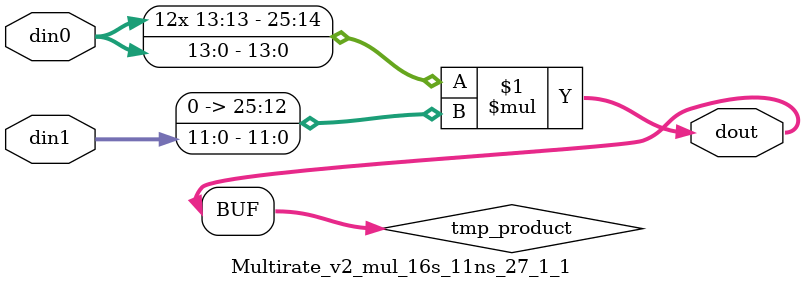
<source format=v>

`timescale 1 ns / 1 ps

 module Multirate_v2_mul_16s_11ns_27_1_1(din0, din1, dout);
parameter ID = 1;
parameter NUM_STAGE = 0;
parameter din0_WIDTH = 14;
parameter din1_WIDTH = 12;
parameter dout_WIDTH = 26;

input [din0_WIDTH - 1 : 0] din0; 
input [din1_WIDTH - 1 : 0] din1; 
output [dout_WIDTH - 1 : 0] dout;

wire signed [dout_WIDTH - 1 : 0] tmp_product;


























assign tmp_product = $signed(din0) * $signed({1'b0, din1});









assign dout = tmp_product;





















endmodule

</source>
